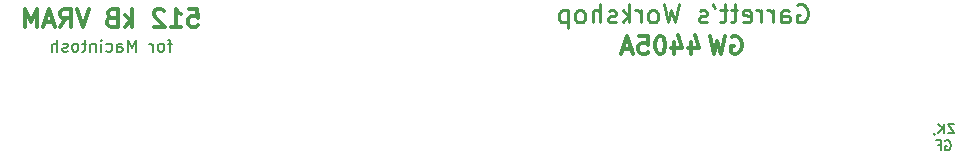
<source format=gbo>
G04 #@! TF.GenerationSoftware,KiCad,Pcbnew,(5.1.10-1-10_14)*
G04 #@! TF.CreationDate,2021-07-01T18:54:56-04:00*
G04 #@! TF.ProjectId,MacVRAMSIMM,4d616356-5241-44d5-9349-4d4d2e6b6963,1.0*
G04 #@! TF.SameCoordinates,Original*
G04 #@! TF.FileFunction,Legend,Bot*
G04 #@! TF.FilePolarity,Positive*
%FSLAX46Y46*%
G04 Gerber Fmt 4.6, Leading zero omitted, Abs format (unit mm)*
G04 Created by KiCad (PCBNEW (5.1.10-1-10_14)) date 2021-07-01 18:54:56*
%MOMM*%
%LPD*%
G01*
G04 APERTURE LIST*
%ADD10C,0.203200*%
%ADD11C,0.300000*%
%ADD12C,0.225000*%
%ADD13C,0.175000*%
%ADD14C,2.150000*%
G04 APERTURE END LIST*
D10*
X168891857Y-124192695D02*
X168349990Y-124192695D01*
X168891857Y-125005495D01*
X168349990Y-125005495D01*
X168040352Y-125005495D02*
X168040352Y-124192695D01*
X167575895Y-125005495D02*
X167924238Y-124541038D01*
X167575895Y-124192695D02*
X168040352Y-124657152D01*
X167188847Y-124966790D02*
X167188847Y-125005495D01*
X167227552Y-125082904D01*
X167266257Y-125121609D01*
X168156466Y-125653800D02*
X168233876Y-125615095D01*
X168349990Y-125615095D01*
X168466104Y-125653800D01*
X168543514Y-125731209D01*
X168582219Y-125808619D01*
X168620923Y-125963438D01*
X168620923Y-126079552D01*
X168582219Y-126234371D01*
X168543514Y-126311780D01*
X168466104Y-126389190D01*
X168349990Y-126427895D01*
X168272580Y-126427895D01*
X168156466Y-126389190D01*
X168117761Y-126350485D01*
X168117761Y-126079552D01*
X168272580Y-126079552D01*
X167498485Y-126002142D02*
X167769419Y-126002142D01*
X167769419Y-126427895D02*
X167769419Y-125615095D01*
X167382371Y-125615095D01*
D11*
X146590786Y-117280571D02*
X146590786Y-118280571D01*
X146947928Y-116709142D02*
X147305071Y-117780571D01*
X146376500Y-117780571D01*
X145162214Y-117280571D02*
X145162214Y-118280571D01*
X145519357Y-116709142D02*
X145876500Y-117780571D01*
X144947928Y-117780571D01*
X144090786Y-116780571D02*
X143947928Y-116780571D01*
X143805071Y-116852000D01*
X143733643Y-116923428D01*
X143662214Y-117066285D01*
X143590786Y-117352000D01*
X143590786Y-117709142D01*
X143662214Y-117994857D01*
X143733643Y-118137714D01*
X143805071Y-118209142D01*
X143947928Y-118280571D01*
X144090786Y-118280571D01*
X144233643Y-118209142D01*
X144305071Y-118137714D01*
X144376500Y-117994857D01*
X144447928Y-117709142D01*
X144447928Y-117352000D01*
X144376500Y-117066285D01*
X144305071Y-116923428D01*
X144233643Y-116852000D01*
X144090786Y-116780571D01*
X142233643Y-116780571D02*
X142947928Y-116780571D01*
X143019357Y-117494857D01*
X142947928Y-117423428D01*
X142805071Y-117352000D01*
X142447928Y-117352000D01*
X142305071Y-117423428D01*
X142233643Y-117494857D01*
X142162214Y-117637714D01*
X142162214Y-117994857D01*
X142233643Y-118137714D01*
X142305071Y-118209142D01*
X142447928Y-118280571D01*
X142805071Y-118280571D01*
X142947928Y-118209142D01*
X143019357Y-118137714D01*
X141590786Y-117852000D02*
X140876500Y-117852000D01*
X141733643Y-118280571D02*
X141233643Y-116780571D01*
X140733643Y-118280571D01*
X104103714Y-114481428D02*
X104829428Y-114481428D01*
X104902000Y-115207142D01*
X104829428Y-115134571D01*
X104684285Y-115062000D01*
X104321428Y-115062000D01*
X104176285Y-115134571D01*
X104103714Y-115207142D01*
X104031142Y-115352285D01*
X104031142Y-115715142D01*
X104103714Y-115860285D01*
X104176285Y-115932857D01*
X104321428Y-116005428D01*
X104684285Y-116005428D01*
X104829428Y-115932857D01*
X104902000Y-115860285D01*
X102579714Y-116005428D02*
X103450571Y-116005428D01*
X103015142Y-116005428D02*
X103015142Y-114481428D01*
X103160285Y-114699142D01*
X103305428Y-114844285D01*
X103450571Y-114916857D01*
X101999142Y-114626571D02*
X101926571Y-114554000D01*
X101781428Y-114481428D01*
X101418571Y-114481428D01*
X101273428Y-114554000D01*
X101200857Y-114626571D01*
X101128285Y-114771714D01*
X101128285Y-114916857D01*
X101200857Y-115134571D01*
X102071714Y-116005428D01*
X101128285Y-116005428D01*
X99314000Y-116005428D02*
X99314000Y-114481428D01*
X99168857Y-115424857D02*
X98733428Y-116005428D01*
X98733428Y-114989428D02*
X99314000Y-115570000D01*
X97572285Y-115207142D02*
X97354571Y-115279714D01*
X97282000Y-115352285D01*
X97209428Y-115497428D01*
X97209428Y-115715142D01*
X97282000Y-115860285D01*
X97354571Y-115932857D01*
X97499714Y-116005428D01*
X98080285Y-116005428D01*
X98080285Y-114481428D01*
X97572285Y-114481428D01*
X97427142Y-114554000D01*
X97354571Y-114626571D01*
X97282000Y-114771714D01*
X97282000Y-114916857D01*
X97354571Y-115062000D01*
X97427142Y-115134571D01*
X97572285Y-115207142D01*
X98080285Y-115207142D01*
X95612857Y-114481428D02*
X95104857Y-116005428D01*
X94596857Y-114481428D01*
X93218000Y-116005428D02*
X93726000Y-115279714D01*
X94088857Y-116005428D02*
X94088857Y-114481428D01*
X93508285Y-114481428D01*
X93363142Y-114554000D01*
X93290571Y-114626571D01*
X93218000Y-114771714D01*
X93218000Y-114989428D01*
X93290571Y-115134571D01*
X93363142Y-115207142D01*
X93508285Y-115279714D01*
X94088857Y-115279714D01*
X92637428Y-115570000D02*
X91911714Y-115570000D01*
X92782571Y-116005428D02*
X92274571Y-114481428D01*
X91766571Y-116005428D01*
X91258571Y-116005428D02*
X91258571Y-114481428D01*
X90750571Y-115570000D01*
X90242571Y-114481428D01*
X90242571Y-116005428D01*
D10*
X102688571Y-117409685D02*
X102301523Y-117409685D01*
X102543428Y-118087019D02*
X102543428Y-117216161D01*
X102495047Y-117119400D01*
X102398285Y-117071019D01*
X102301523Y-117071019D01*
X101817714Y-118087019D02*
X101914476Y-118038638D01*
X101962857Y-117990257D01*
X102011238Y-117893495D01*
X102011238Y-117603209D01*
X101962857Y-117506447D01*
X101914476Y-117458066D01*
X101817714Y-117409685D01*
X101672571Y-117409685D01*
X101575809Y-117458066D01*
X101527428Y-117506447D01*
X101479047Y-117603209D01*
X101479047Y-117893495D01*
X101527428Y-117990257D01*
X101575809Y-118038638D01*
X101672571Y-118087019D01*
X101817714Y-118087019D01*
X101043619Y-118087019D02*
X101043619Y-117409685D01*
X101043619Y-117603209D02*
X100995238Y-117506447D01*
X100946857Y-117458066D01*
X100850095Y-117409685D01*
X100753333Y-117409685D01*
X99640571Y-118087019D02*
X99640571Y-117071019D01*
X99301904Y-117796733D01*
X98963238Y-117071019D01*
X98963238Y-118087019D01*
X98044000Y-118087019D02*
X98044000Y-117554828D01*
X98092380Y-117458066D01*
X98189142Y-117409685D01*
X98382666Y-117409685D01*
X98479428Y-117458066D01*
X98044000Y-118038638D02*
X98140761Y-118087019D01*
X98382666Y-118087019D01*
X98479428Y-118038638D01*
X98527809Y-117941876D01*
X98527809Y-117845114D01*
X98479428Y-117748352D01*
X98382666Y-117699971D01*
X98140761Y-117699971D01*
X98044000Y-117651590D01*
X97124761Y-118038638D02*
X97221523Y-118087019D01*
X97415047Y-118087019D01*
X97511809Y-118038638D01*
X97560190Y-117990257D01*
X97608571Y-117893495D01*
X97608571Y-117603209D01*
X97560190Y-117506447D01*
X97511809Y-117458066D01*
X97415047Y-117409685D01*
X97221523Y-117409685D01*
X97124761Y-117458066D01*
X96689333Y-118087019D02*
X96689333Y-117409685D01*
X96689333Y-117071019D02*
X96737714Y-117119400D01*
X96689333Y-117167780D01*
X96640952Y-117119400D01*
X96689333Y-117071019D01*
X96689333Y-117167780D01*
X96205523Y-117409685D02*
X96205523Y-118087019D01*
X96205523Y-117506447D02*
X96157142Y-117458066D01*
X96060380Y-117409685D01*
X95915238Y-117409685D01*
X95818476Y-117458066D01*
X95770095Y-117554828D01*
X95770095Y-118087019D01*
X95431428Y-117409685D02*
X95044380Y-117409685D01*
X95286285Y-117071019D02*
X95286285Y-117941876D01*
X95237904Y-118038638D01*
X95141142Y-118087019D01*
X95044380Y-118087019D01*
X94560571Y-118087019D02*
X94657333Y-118038638D01*
X94705714Y-117990257D01*
X94754095Y-117893495D01*
X94754095Y-117603209D01*
X94705714Y-117506447D01*
X94657333Y-117458066D01*
X94560571Y-117409685D01*
X94415428Y-117409685D01*
X94318666Y-117458066D01*
X94270285Y-117506447D01*
X94221904Y-117603209D01*
X94221904Y-117893495D01*
X94270285Y-117990257D01*
X94318666Y-118038638D01*
X94415428Y-118087019D01*
X94560571Y-118087019D01*
X93834857Y-118038638D02*
X93738095Y-118087019D01*
X93544571Y-118087019D01*
X93447809Y-118038638D01*
X93399428Y-117941876D01*
X93399428Y-117893495D01*
X93447809Y-117796733D01*
X93544571Y-117748352D01*
X93689714Y-117748352D01*
X93786476Y-117699971D01*
X93834857Y-117603209D01*
X93834857Y-117554828D01*
X93786476Y-117458066D01*
X93689714Y-117409685D01*
X93544571Y-117409685D01*
X93447809Y-117458066D01*
X92964000Y-118087019D02*
X92964000Y-117071019D01*
X92528571Y-118087019D02*
X92528571Y-117554828D01*
X92576952Y-117458066D01*
X92673714Y-117409685D01*
X92818857Y-117409685D01*
X92915619Y-117458066D01*
X92964000Y-117506447D01*
D11*
X150072642Y-116852000D02*
X150215499Y-116780571D01*
X150429785Y-116780571D01*
X150644071Y-116852000D01*
X150786928Y-116994857D01*
X150858356Y-117137714D01*
X150929785Y-117423428D01*
X150929785Y-117637714D01*
X150858356Y-117923428D01*
X150786928Y-118066285D01*
X150644071Y-118209142D01*
X150429785Y-118280571D01*
X150286928Y-118280571D01*
X150072642Y-118209142D01*
X150001214Y-118137714D01*
X150001214Y-117637714D01*
X150286928Y-117637714D01*
X149501214Y-116780571D02*
X149144071Y-118280571D01*
X148858356Y-117209142D01*
X148572642Y-118280571D01*
X148215499Y-116780571D01*
D12*
X155638500Y-114173000D02*
X155783642Y-114100428D01*
X156001357Y-114100428D01*
X156219071Y-114173000D01*
X156364214Y-114318142D01*
X156436785Y-114463285D01*
X156509357Y-114753571D01*
X156509357Y-114971285D01*
X156436785Y-115261571D01*
X156364214Y-115406714D01*
X156219071Y-115551857D01*
X156001357Y-115624428D01*
X155856214Y-115624428D01*
X155638500Y-115551857D01*
X155565928Y-115479285D01*
X155565928Y-114971285D01*
X155856214Y-114971285D01*
X154259642Y-115624428D02*
X154259642Y-114826142D01*
X154332214Y-114681000D01*
X154477357Y-114608428D01*
X154767642Y-114608428D01*
X154912785Y-114681000D01*
X154259642Y-115551857D02*
X154404785Y-115624428D01*
X154767642Y-115624428D01*
X154912785Y-115551857D01*
X154985357Y-115406714D01*
X154985357Y-115261571D01*
X154912785Y-115116428D01*
X154767642Y-115043857D01*
X154404785Y-115043857D01*
X154259642Y-114971285D01*
X153533928Y-115624428D02*
X153533928Y-114608428D01*
X153533928Y-114898714D02*
X153461357Y-114753571D01*
X153388785Y-114681000D01*
X153243642Y-114608428D01*
X153098500Y-114608428D01*
X152590500Y-115624428D02*
X152590500Y-114608428D01*
X152590500Y-114898714D02*
X152517928Y-114753571D01*
X152445357Y-114681000D01*
X152300214Y-114608428D01*
X152155071Y-114608428D01*
X151066500Y-115551857D02*
X151211642Y-115624428D01*
X151501928Y-115624428D01*
X151647071Y-115551857D01*
X151719642Y-115406714D01*
X151719642Y-114826142D01*
X151647071Y-114681000D01*
X151501928Y-114608428D01*
X151211642Y-114608428D01*
X151066500Y-114681000D01*
X150993928Y-114826142D01*
X150993928Y-114971285D01*
X151719642Y-115116428D01*
X150558500Y-114608428D02*
X149977928Y-114608428D01*
X150340785Y-114100428D02*
X150340785Y-115406714D01*
X150268214Y-115551857D01*
X150123071Y-115624428D01*
X149977928Y-115624428D01*
X149687642Y-114608428D02*
X149107071Y-114608428D01*
X149469928Y-114100428D02*
X149469928Y-115406714D01*
X149397357Y-115551857D01*
X149252214Y-115624428D01*
X149107071Y-115624428D01*
X148526500Y-114100428D02*
X148526500Y-114173000D01*
X148599071Y-114318142D01*
X148671642Y-114390714D01*
X147945928Y-115551857D02*
X147800785Y-115624428D01*
X147510500Y-115624428D01*
X147365357Y-115551857D01*
X147292785Y-115406714D01*
X147292785Y-115334142D01*
X147365357Y-115189000D01*
X147510500Y-115116428D01*
X147728214Y-115116428D01*
X147873357Y-115043857D01*
X147945928Y-114898714D01*
X147945928Y-114826142D01*
X147873357Y-114681000D01*
X147728214Y-114608428D01*
X147510500Y-114608428D01*
X147365357Y-114681000D01*
X145623642Y-114100428D02*
X145260785Y-115624428D01*
X144970500Y-114535857D01*
X144680214Y-115624428D01*
X144317357Y-114100428D01*
X143519071Y-115624428D02*
X143664214Y-115551857D01*
X143736785Y-115479285D01*
X143809357Y-115334142D01*
X143809357Y-114898714D01*
X143736785Y-114753571D01*
X143664214Y-114681000D01*
X143519071Y-114608428D01*
X143301357Y-114608428D01*
X143156214Y-114681000D01*
X143083642Y-114753571D01*
X143011071Y-114898714D01*
X143011071Y-115334142D01*
X143083642Y-115479285D01*
X143156214Y-115551857D01*
X143301357Y-115624428D01*
X143519071Y-115624428D01*
X142357928Y-115624428D02*
X142357928Y-114608428D01*
X142357928Y-114898714D02*
X142285357Y-114753571D01*
X142212785Y-114681000D01*
X142067642Y-114608428D01*
X141922500Y-114608428D01*
X141414500Y-115624428D02*
X141414500Y-114100428D01*
X141269357Y-115043857D02*
X140833928Y-115624428D01*
X140833928Y-114608428D02*
X141414500Y-115189000D01*
X140253357Y-115551857D02*
X140108214Y-115624428D01*
X139817928Y-115624428D01*
X139672785Y-115551857D01*
X139600214Y-115406714D01*
X139600214Y-115334142D01*
X139672785Y-115189000D01*
X139817928Y-115116428D01*
X140035642Y-115116428D01*
X140180785Y-115043857D01*
X140253357Y-114898714D01*
X140253357Y-114826142D01*
X140180785Y-114681000D01*
X140035642Y-114608428D01*
X139817928Y-114608428D01*
X139672785Y-114681000D01*
X138947071Y-115624428D02*
X138947071Y-114100428D01*
X138293928Y-115624428D02*
X138293928Y-114826142D01*
X138366500Y-114681000D01*
X138511642Y-114608428D01*
X138729357Y-114608428D01*
X138874500Y-114681000D01*
X138947071Y-114753571D01*
X137350500Y-115624428D02*
X137495642Y-115551857D01*
X137568214Y-115479285D01*
X137640785Y-115334142D01*
X137640785Y-114898714D01*
X137568214Y-114753571D01*
X137495642Y-114681000D01*
X137350500Y-114608428D01*
X137132785Y-114608428D01*
X136987642Y-114681000D01*
X136915071Y-114753571D01*
X136842500Y-114898714D01*
X136842500Y-115334142D01*
X136915071Y-115479285D01*
X136987642Y-115551857D01*
X137132785Y-115624428D01*
X137350500Y-115624428D01*
X136189357Y-114608428D02*
X136189357Y-116132428D01*
X136189357Y-114681000D02*
X136044214Y-114608428D01*
X135753928Y-114608428D01*
X135608785Y-114681000D01*
X135536214Y-114753571D01*
X135463642Y-114898714D01*
X135463642Y-115334142D01*
X135536214Y-115479285D01*
X135608785Y-115551857D01*
X135753928Y-115624428D01*
X136044214Y-115624428D01*
X136189357Y-115551857D01*
%LPC*%
D13*
G36*
X165735000Y-127635000D02*
G01*
X123825000Y-127635000D01*
X123317000Y-125031500D01*
X166243000Y-125031500D01*
X165735000Y-127635000D01*
G37*
X165735000Y-127635000D02*
X123825000Y-127635000D01*
X123317000Y-125031500D01*
X166243000Y-125031500D01*
X165735000Y-127635000D01*
G36*
X117475000Y-127635000D02*
G01*
X75565000Y-127635000D01*
X75057000Y-125095000D01*
X117983000Y-125031500D01*
X117475000Y-127635000D01*
G37*
X117475000Y-127635000D02*
X75565000Y-127635000D01*
X75057000Y-125095000D01*
X117983000Y-125031500D01*
X117475000Y-127635000D01*
G36*
G01*
X165139300Y-127233440D02*
X165139300Y-124988560D01*
G75*
G02*
X165615860Y-124512000I476560J0D01*
G01*
X165854140Y-124512000D01*
G75*
G02*
X166330700Y-124988560I0J-476560D01*
G01*
X166330700Y-127233440D01*
G75*
G02*
X165854140Y-127710000I-476560J0D01*
G01*
X165615860Y-127710000D01*
G75*
G02*
X165139300Y-127233440I0J476560D01*
G01*
G37*
G36*
G01*
X163869300Y-127233440D02*
X163869300Y-124988560D01*
G75*
G02*
X164345860Y-124512000I476560J0D01*
G01*
X164584140Y-124512000D01*
G75*
G02*
X165060700Y-124988560I0J-476560D01*
G01*
X165060700Y-127233440D01*
G75*
G02*
X164584140Y-127710000I-476560J0D01*
G01*
X164345860Y-127710000D01*
G75*
G02*
X163869300Y-127233440I0J476560D01*
G01*
G37*
G36*
G01*
X162599300Y-127233440D02*
X162599300Y-124988560D01*
G75*
G02*
X163075860Y-124512000I476560J0D01*
G01*
X163314140Y-124512000D01*
G75*
G02*
X163790700Y-124988560I0J-476560D01*
G01*
X163790700Y-127233440D01*
G75*
G02*
X163314140Y-127710000I-476560J0D01*
G01*
X163075860Y-127710000D01*
G75*
G02*
X162599300Y-127233440I0J476560D01*
G01*
G37*
G36*
G01*
X161329300Y-127233440D02*
X161329300Y-124988560D01*
G75*
G02*
X161805860Y-124512000I476560J0D01*
G01*
X162044140Y-124512000D01*
G75*
G02*
X162520700Y-124988560I0J-476560D01*
G01*
X162520700Y-127233440D01*
G75*
G02*
X162044140Y-127710000I-476560J0D01*
G01*
X161805860Y-127710000D01*
G75*
G02*
X161329300Y-127233440I0J476560D01*
G01*
G37*
G36*
G01*
X160059300Y-127233440D02*
X160059300Y-124988560D01*
G75*
G02*
X160535860Y-124512000I476560J0D01*
G01*
X160774140Y-124512000D01*
G75*
G02*
X161250700Y-124988560I0J-476560D01*
G01*
X161250700Y-127233440D01*
G75*
G02*
X160774140Y-127710000I-476560J0D01*
G01*
X160535860Y-127710000D01*
G75*
G02*
X160059300Y-127233440I0J476560D01*
G01*
G37*
G36*
G01*
X158789300Y-127233440D02*
X158789300Y-124988560D01*
G75*
G02*
X159265860Y-124512000I476560J0D01*
G01*
X159504140Y-124512000D01*
G75*
G02*
X159980700Y-124988560I0J-476560D01*
G01*
X159980700Y-127233440D01*
G75*
G02*
X159504140Y-127710000I-476560J0D01*
G01*
X159265860Y-127710000D01*
G75*
G02*
X158789300Y-127233440I0J476560D01*
G01*
G37*
G36*
G01*
X157519300Y-127233440D02*
X157519300Y-124988560D01*
G75*
G02*
X157995860Y-124512000I476560J0D01*
G01*
X158234140Y-124512000D01*
G75*
G02*
X158710700Y-124988560I0J-476560D01*
G01*
X158710700Y-127233440D01*
G75*
G02*
X158234140Y-127710000I-476560J0D01*
G01*
X157995860Y-127710000D01*
G75*
G02*
X157519300Y-127233440I0J476560D01*
G01*
G37*
G36*
G01*
X156249300Y-127233440D02*
X156249300Y-124988560D01*
G75*
G02*
X156725860Y-124512000I476560J0D01*
G01*
X156964140Y-124512000D01*
G75*
G02*
X157440700Y-124988560I0J-476560D01*
G01*
X157440700Y-127233440D01*
G75*
G02*
X156964140Y-127710000I-476560J0D01*
G01*
X156725860Y-127710000D01*
G75*
G02*
X156249300Y-127233440I0J476560D01*
G01*
G37*
G36*
G01*
X154979300Y-127233440D02*
X154979300Y-124988560D01*
G75*
G02*
X155455860Y-124512000I476560J0D01*
G01*
X155694140Y-124512000D01*
G75*
G02*
X156170700Y-124988560I0J-476560D01*
G01*
X156170700Y-127233440D01*
G75*
G02*
X155694140Y-127710000I-476560J0D01*
G01*
X155455860Y-127710000D01*
G75*
G02*
X154979300Y-127233440I0J476560D01*
G01*
G37*
G36*
G01*
X153709300Y-127233440D02*
X153709300Y-124988560D01*
G75*
G02*
X154185860Y-124512000I476560J0D01*
G01*
X154424140Y-124512000D01*
G75*
G02*
X154900700Y-124988560I0J-476560D01*
G01*
X154900700Y-127233440D01*
G75*
G02*
X154424140Y-127710000I-476560J0D01*
G01*
X154185860Y-127710000D01*
G75*
G02*
X153709300Y-127233440I0J476560D01*
G01*
G37*
G36*
G01*
X152439300Y-127233440D02*
X152439300Y-124988560D01*
G75*
G02*
X152915860Y-124512000I476560J0D01*
G01*
X153154140Y-124512000D01*
G75*
G02*
X153630700Y-124988560I0J-476560D01*
G01*
X153630700Y-127233440D01*
G75*
G02*
X153154140Y-127710000I-476560J0D01*
G01*
X152915860Y-127710000D01*
G75*
G02*
X152439300Y-127233440I0J476560D01*
G01*
G37*
G36*
G01*
X151169300Y-127233440D02*
X151169300Y-124988560D01*
G75*
G02*
X151645860Y-124512000I476560J0D01*
G01*
X151884140Y-124512000D01*
G75*
G02*
X152360700Y-124988560I0J-476560D01*
G01*
X152360700Y-127233440D01*
G75*
G02*
X151884140Y-127710000I-476560J0D01*
G01*
X151645860Y-127710000D01*
G75*
G02*
X151169300Y-127233440I0J476560D01*
G01*
G37*
G36*
G01*
X149899300Y-127233440D02*
X149899300Y-124988560D01*
G75*
G02*
X150375860Y-124512000I476560J0D01*
G01*
X150614140Y-124512000D01*
G75*
G02*
X151090700Y-124988560I0J-476560D01*
G01*
X151090700Y-127233440D01*
G75*
G02*
X150614140Y-127710000I-476560J0D01*
G01*
X150375860Y-127710000D01*
G75*
G02*
X149899300Y-127233440I0J476560D01*
G01*
G37*
G36*
G01*
X148629300Y-127233440D02*
X148629300Y-124988560D01*
G75*
G02*
X149105860Y-124512000I476560J0D01*
G01*
X149344140Y-124512000D01*
G75*
G02*
X149820700Y-124988560I0J-476560D01*
G01*
X149820700Y-127233440D01*
G75*
G02*
X149344140Y-127710000I-476560J0D01*
G01*
X149105860Y-127710000D01*
G75*
G02*
X148629300Y-127233440I0J476560D01*
G01*
G37*
G36*
G01*
X147359300Y-127233440D02*
X147359300Y-124988560D01*
G75*
G02*
X147835860Y-124512000I476560J0D01*
G01*
X148074140Y-124512000D01*
G75*
G02*
X148550700Y-124988560I0J-476560D01*
G01*
X148550700Y-127233440D01*
G75*
G02*
X148074140Y-127710000I-476560J0D01*
G01*
X147835860Y-127710000D01*
G75*
G02*
X147359300Y-127233440I0J476560D01*
G01*
G37*
G36*
G01*
X146089300Y-127233440D02*
X146089300Y-124988560D01*
G75*
G02*
X146565860Y-124512000I476560J0D01*
G01*
X146804140Y-124512000D01*
G75*
G02*
X147280700Y-124988560I0J-476560D01*
G01*
X147280700Y-127233440D01*
G75*
G02*
X146804140Y-127710000I-476560J0D01*
G01*
X146565860Y-127710000D01*
G75*
G02*
X146089300Y-127233440I0J476560D01*
G01*
G37*
G36*
G01*
X144819300Y-127233440D02*
X144819300Y-124988560D01*
G75*
G02*
X145295860Y-124512000I476560J0D01*
G01*
X145534140Y-124512000D01*
G75*
G02*
X146010700Y-124988560I0J-476560D01*
G01*
X146010700Y-127233440D01*
G75*
G02*
X145534140Y-127710000I-476560J0D01*
G01*
X145295860Y-127710000D01*
G75*
G02*
X144819300Y-127233440I0J476560D01*
G01*
G37*
G36*
G01*
X143549300Y-127233440D02*
X143549300Y-124988560D01*
G75*
G02*
X144025860Y-124512000I476560J0D01*
G01*
X144264140Y-124512000D01*
G75*
G02*
X144740700Y-124988560I0J-476560D01*
G01*
X144740700Y-127233440D01*
G75*
G02*
X144264140Y-127710000I-476560J0D01*
G01*
X144025860Y-127710000D01*
G75*
G02*
X143549300Y-127233440I0J476560D01*
G01*
G37*
G36*
G01*
X142279300Y-127233440D02*
X142279300Y-124988560D01*
G75*
G02*
X142755860Y-124512000I476560J0D01*
G01*
X142994140Y-124512000D01*
G75*
G02*
X143470700Y-124988560I0J-476560D01*
G01*
X143470700Y-127233440D01*
G75*
G02*
X142994140Y-127710000I-476560J0D01*
G01*
X142755860Y-127710000D01*
G75*
G02*
X142279300Y-127233440I0J476560D01*
G01*
G37*
G36*
G01*
X141009300Y-127233440D02*
X141009300Y-124988560D01*
G75*
G02*
X141485860Y-124512000I476560J0D01*
G01*
X141724140Y-124512000D01*
G75*
G02*
X142200700Y-124988560I0J-476560D01*
G01*
X142200700Y-127233440D01*
G75*
G02*
X141724140Y-127710000I-476560J0D01*
G01*
X141485860Y-127710000D01*
G75*
G02*
X141009300Y-127233440I0J476560D01*
G01*
G37*
G36*
G01*
X139739300Y-127233440D02*
X139739300Y-124988560D01*
G75*
G02*
X140215860Y-124512000I476560J0D01*
G01*
X140454140Y-124512000D01*
G75*
G02*
X140930700Y-124988560I0J-476560D01*
G01*
X140930700Y-127233440D01*
G75*
G02*
X140454140Y-127710000I-476560J0D01*
G01*
X140215860Y-127710000D01*
G75*
G02*
X139739300Y-127233440I0J476560D01*
G01*
G37*
G36*
G01*
X138469300Y-127233440D02*
X138469300Y-124988560D01*
G75*
G02*
X138945860Y-124512000I476560J0D01*
G01*
X139184140Y-124512000D01*
G75*
G02*
X139660700Y-124988560I0J-476560D01*
G01*
X139660700Y-127233440D01*
G75*
G02*
X139184140Y-127710000I-476560J0D01*
G01*
X138945860Y-127710000D01*
G75*
G02*
X138469300Y-127233440I0J476560D01*
G01*
G37*
G36*
G01*
X137199300Y-127233440D02*
X137199300Y-124988560D01*
G75*
G02*
X137675860Y-124512000I476560J0D01*
G01*
X137914140Y-124512000D01*
G75*
G02*
X138390700Y-124988560I0J-476560D01*
G01*
X138390700Y-127233440D01*
G75*
G02*
X137914140Y-127710000I-476560J0D01*
G01*
X137675860Y-127710000D01*
G75*
G02*
X137199300Y-127233440I0J476560D01*
G01*
G37*
G36*
G01*
X135929300Y-127233440D02*
X135929300Y-124988560D01*
G75*
G02*
X136405860Y-124512000I476560J0D01*
G01*
X136644140Y-124512000D01*
G75*
G02*
X137120700Y-124988560I0J-476560D01*
G01*
X137120700Y-127233440D01*
G75*
G02*
X136644140Y-127710000I-476560J0D01*
G01*
X136405860Y-127710000D01*
G75*
G02*
X135929300Y-127233440I0J476560D01*
G01*
G37*
G36*
G01*
X134659300Y-127233440D02*
X134659300Y-124988560D01*
G75*
G02*
X135135860Y-124512000I476560J0D01*
G01*
X135374140Y-124512000D01*
G75*
G02*
X135850700Y-124988560I0J-476560D01*
G01*
X135850700Y-127233440D01*
G75*
G02*
X135374140Y-127710000I-476560J0D01*
G01*
X135135860Y-127710000D01*
G75*
G02*
X134659300Y-127233440I0J476560D01*
G01*
G37*
G36*
G01*
X133389300Y-127233440D02*
X133389300Y-124988560D01*
G75*
G02*
X133865860Y-124512000I476560J0D01*
G01*
X134104140Y-124512000D01*
G75*
G02*
X134580700Y-124988560I0J-476560D01*
G01*
X134580700Y-127233440D01*
G75*
G02*
X134104140Y-127710000I-476560J0D01*
G01*
X133865860Y-127710000D01*
G75*
G02*
X133389300Y-127233440I0J476560D01*
G01*
G37*
G36*
G01*
X132119300Y-127233440D02*
X132119300Y-124988560D01*
G75*
G02*
X132595860Y-124512000I476560J0D01*
G01*
X132834140Y-124512000D01*
G75*
G02*
X133310700Y-124988560I0J-476560D01*
G01*
X133310700Y-127233440D01*
G75*
G02*
X132834140Y-127710000I-476560J0D01*
G01*
X132595860Y-127710000D01*
G75*
G02*
X132119300Y-127233440I0J476560D01*
G01*
G37*
G36*
G01*
X130849300Y-127233440D02*
X130849300Y-124988560D01*
G75*
G02*
X131325860Y-124512000I476560J0D01*
G01*
X131564140Y-124512000D01*
G75*
G02*
X132040700Y-124988560I0J-476560D01*
G01*
X132040700Y-127233440D01*
G75*
G02*
X131564140Y-127710000I-476560J0D01*
G01*
X131325860Y-127710000D01*
G75*
G02*
X130849300Y-127233440I0J476560D01*
G01*
G37*
G36*
G01*
X129579300Y-127233440D02*
X129579300Y-124988560D01*
G75*
G02*
X130055860Y-124512000I476560J0D01*
G01*
X130294140Y-124512000D01*
G75*
G02*
X130770700Y-124988560I0J-476560D01*
G01*
X130770700Y-127233440D01*
G75*
G02*
X130294140Y-127710000I-476560J0D01*
G01*
X130055860Y-127710000D01*
G75*
G02*
X129579300Y-127233440I0J476560D01*
G01*
G37*
G36*
G01*
X128309300Y-127233440D02*
X128309300Y-124988560D01*
G75*
G02*
X128785860Y-124512000I476560J0D01*
G01*
X129024140Y-124512000D01*
G75*
G02*
X129500700Y-124988560I0J-476560D01*
G01*
X129500700Y-127233440D01*
G75*
G02*
X129024140Y-127710000I-476560J0D01*
G01*
X128785860Y-127710000D01*
G75*
G02*
X128309300Y-127233440I0J476560D01*
G01*
G37*
G36*
G01*
X127039300Y-127233440D02*
X127039300Y-124988560D01*
G75*
G02*
X127515860Y-124512000I476560J0D01*
G01*
X127754140Y-124512000D01*
G75*
G02*
X128230700Y-124988560I0J-476560D01*
G01*
X128230700Y-127233440D01*
G75*
G02*
X127754140Y-127710000I-476560J0D01*
G01*
X127515860Y-127710000D01*
G75*
G02*
X127039300Y-127233440I0J476560D01*
G01*
G37*
G36*
G01*
X125769300Y-127233440D02*
X125769300Y-124988560D01*
G75*
G02*
X126245860Y-124512000I476560J0D01*
G01*
X126484140Y-124512000D01*
G75*
G02*
X126960700Y-124988560I0J-476560D01*
G01*
X126960700Y-127233440D01*
G75*
G02*
X126484140Y-127710000I-476560J0D01*
G01*
X126245860Y-127710000D01*
G75*
G02*
X125769300Y-127233440I0J476560D01*
G01*
G37*
G36*
G01*
X124499300Y-127233440D02*
X124499300Y-124988560D01*
G75*
G02*
X124975860Y-124512000I476560J0D01*
G01*
X125214140Y-124512000D01*
G75*
G02*
X125690700Y-124988560I0J-476560D01*
G01*
X125690700Y-127233440D01*
G75*
G02*
X125214140Y-127710000I-476560J0D01*
G01*
X124975860Y-127710000D01*
G75*
G02*
X124499300Y-127233440I0J476560D01*
G01*
G37*
G36*
G01*
X123229300Y-127233440D02*
X123229300Y-124988560D01*
G75*
G02*
X123705860Y-124512000I476560J0D01*
G01*
X123944140Y-124512000D01*
G75*
G02*
X124420700Y-124988560I0J-476560D01*
G01*
X124420700Y-127233440D01*
G75*
G02*
X123944140Y-127710000I-476560J0D01*
G01*
X123705860Y-127710000D01*
G75*
G02*
X123229300Y-127233440I0J476560D01*
G01*
G37*
G36*
G01*
X116879300Y-127233440D02*
X116879300Y-124988560D01*
G75*
G02*
X117355860Y-124512000I476560J0D01*
G01*
X117594140Y-124512000D01*
G75*
G02*
X118070700Y-124988560I0J-476560D01*
G01*
X118070700Y-127233440D01*
G75*
G02*
X117594140Y-127710000I-476560J0D01*
G01*
X117355860Y-127710000D01*
G75*
G02*
X116879300Y-127233440I0J476560D01*
G01*
G37*
G36*
G01*
X115609300Y-127233440D02*
X115609300Y-124988560D01*
G75*
G02*
X116085860Y-124512000I476560J0D01*
G01*
X116324140Y-124512000D01*
G75*
G02*
X116800700Y-124988560I0J-476560D01*
G01*
X116800700Y-127233440D01*
G75*
G02*
X116324140Y-127710000I-476560J0D01*
G01*
X116085860Y-127710000D01*
G75*
G02*
X115609300Y-127233440I0J476560D01*
G01*
G37*
G36*
G01*
X114339300Y-127233440D02*
X114339300Y-124988560D01*
G75*
G02*
X114815860Y-124512000I476560J0D01*
G01*
X115054140Y-124512000D01*
G75*
G02*
X115530700Y-124988560I0J-476560D01*
G01*
X115530700Y-127233440D01*
G75*
G02*
X115054140Y-127710000I-476560J0D01*
G01*
X114815860Y-127710000D01*
G75*
G02*
X114339300Y-127233440I0J476560D01*
G01*
G37*
G36*
G01*
X113069300Y-127233440D02*
X113069300Y-124988560D01*
G75*
G02*
X113545860Y-124512000I476560J0D01*
G01*
X113784140Y-124512000D01*
G75*
G02*
X114260700Y-124988560I0J-476560D01*
G01*
X114260700Y-127233440D01*
G75*
G02*
X113784140Y-127710000I-476560J0D01*
G01*
X113545860Y-127710000D01*
G75*
G02*
X113069300Y-127233440I0J476560D01*
G01*
G37*
G36*
G01*
X111799300Y-127233440D02*
X111799300Y-124988560D01*
G75*
G02*
X112275860Y-124512000I476560J0D01*
G01*
X112514140Y-124512000D01*
G75*
G02*
X112990700Y-124988560I0J-476560D01*
G01*
X112990700Y-127233440D01*
G75*
G02*
X112514140Y-127710000I-476560J0D01*
G01*
X112275860Y-127710000D01*
G75*
G02*
X111799300Y-127233440I0J476560D01*
G01*
G37*
G36*
G01*
X110529300Y-127233440D02*
X110529300Y-124988560D01*
G75*
G02*
X111005860Y-124512000I476560J0D01*
G01*
X111244140Y-124512000D01*
G75*
G02*
X111720700Y-124988560I0J-476560D01*
G01*
X111720700Y-127233440D01*
G75*
G02*
X111244140Y-127710000I-476560J0D01*
G01*
X111005860Y-127710000D01*
G75*
G02*
X110529300Y-127233440I0J476560D01*
G01*
G37*
G36*
G01*
X109259300Y-127233440D02*
X109259300Y-124988560D01*
G75*
G02*
X109735860Y-124512000I476560J0D01*
G01*
X109974140Y-124512000D01*
G75*
G02*
X110450700Y-124988560I0J-476560D01*
G01*
X110450700Y-127233440D01*
G75*
G02*
X109974140Y-127710000I-476560J0D01*
G01*
X109735860Y-127710000D01*
G75*
G02*
X109259300Y-127233440I0J476560D01*
G01*
G37*
G36*
G01*
X107989300Y-127233440D02*
X107989300Y-124988560D01*
G75*
G02*
X108465860Y-124512000I476560J0D01*
G01*
X108704140Y-124512000D01*
G75*
G02*
X109180700Y-124988560I0J-476560D01*
G01*
X109180700Y-127233440D01*
G75*
G02*
X108704140Y-127710000I-476560J0D01*
G01*
X108465860Y-127710000D01*
G75*
G02*
X107989300Y-127233440I0J476560D01*
G01*
G37*
G36*
G01*
X106719300Y-127233440D02*
X106719300Y-124988560D01*
G75*
G02*
X107195860Y-124512000I476560J0D01*
G01*
X107434140Y-124512000D01*
G75*
G02*
X107910700Y-124988560I0J-476560D01*
G01*
X107910700Y-127233440D01*
G75*
G02*
X107434140Y-127710000I-476560J0D01*
G01*
X107195860Y-127710000D01*
G75*
G02*
X106719300Y-127233440I0J476560D01*
G01*
G37*
G36*
G01*
X105449300Y-127233440D02*
X105449300Y-124988560D01*
G75*
G02*
X105925860Y-124512000I476560J0D01*
G01*
X106164140Y-124512000D01*
G75*
G02*
X106640700Y-124988560I0J-476560D01*
G01*
X106640700Y-127233440D01*
G75*
G02*
X106164140Y-127710000I-476560J0D01*
G01*
X105925860Y-127710000D01*
G75*
G02*
X105449300Y-127233440I0J476560D01*
G01*
G37*
G36*
G01*
X104179300Y-127233440D02*
X104179300Y-124988560D01*
G75*
G02*
X104655860Y-124512000I476560J0D01*
G01*
X104894140Y-124512000D01*
G75*
G02*
X105370700Y-124988560I0J-476560D01*
G01*
X105370700Y-127233440D01*
G75*
G02*
X104894140Y-127710000I-476560J0D01*
G01*
X104655860Y-127710000D01*
G75*
G02*
X104179300Y-127233440I0J476560D01*
G01*
G37*
G36*
G01*
X102909300Y-127233440D02*
X102909300Y-124988560D01*
G75*
G02*
X103385860Y-124512000I476560J0D01*
G01*
X103624140Y-124512000D01*
G75*
G02*
X104100700Y-124988560I0J-476560D01*
G01*
X104100700Y-127233440D01*
G75*
G02*
X103624140Y-127710000I-476560J0D01*
G01*
X103385860Y-127710000D01*
G75*
G02*
X102909300Y-127233440I0J476560D01*
G01*
G37*
G36*
G01*
X101639300Y-127233440D02*
X101639300Y-124988560D01*
G75*
G02*
X102115860Y-124512000I476560J0D01*
G01*
X102354140Y-124512000D01*
G75*
G02*
X102830700Y-124988560I0J-476560D01*
G01*
X102830700Y-127233440D01*
G75*
G02*
X102354140Y-127710000I-476560J0D01*
G01*
X102115860Y-127710000D01*
G75*
G02*
X101639300Y-127233440I0J476560D01*
G01*
G37*
G36*
G01*
X100369300Y-127233440D02*
X100369300Y-124988560D01*
G75*
G02*
X100845860Y-124512000I476560J0D01*
G01*
X101084140Y-124512000D01*
G75*
G02*
X101560700Y-124988560I0J-476560D01*
G01*
X101560700Y-127233440D01*
G75*
G02*
X101084140Y-127710000I-476560J0D01*
G01*
X100845860Y-127710000D01*
G75*
G02*
X100369300Y-127233440I0J476560D01*
G01*
G37*
G36*
G01*
X99099300Y-127233440D02*
X99099300Y-124988560D01*
G75*
G02*
X99575860Y-124512000I476560J0D01*
G01*
X99814140Y-124512000D01*
G75*
G02*
X100290700Y-124988560I0J-476560D01*
G01*
X100290700Y-127233440D01*
G75*
G02*
X99814140Y-127710000I-476560J0D01*
G01*
X99575860Y-127710000D01*
G75*
G02*
X99099300Y-127233440I0J476560D01*
G01*
G37*
G36*
G01*
X97829300Y-127233440D02*
X97829300Y-124988560D01*
G75*
G02*
X98305860Y-124512000I476560J0D01*
G01*
X98544140Y-124512000D01*
G75*
G02*
X99020700Y-124988560I0J-476560D01*
G01*
X99020700Y-127233440D01*
G75*
G02*
X98544140Y-127710000I-476560J0D01*
G01*
X98305860Y-127710000D01*
G75*
G02*
X97829300Y-127233440I0J476560D01*
G01*
G37*
G36*
G01*
X96559300Y-127233440D02*
X96559300Y-124988560D01*
G75*
G02*
X97035860Y-124512000I476560J0D01*
G01*
X97274140Y-124512000D01*
G75*
G02*
X97750700Y-124988560I0J-476560D01*
G01*
X97750700Y-127233440D01*
G75*
G02*
X97274140Y-127710000I-476560J0D01*
G01*
X97035860Y-127710000D01*
G75*
G02*
X96559300Y-127233440I0J476560D01*
G01*
G37*
G36*
G01*
X95289300Y-127233440D02*
X95289300Y-124988560D01*
G75*
G02*
X95765860Y-124512000I476560J0D01*
G01*
X96004140Y-124512000D01*
G75*
G02*
X96480700Y-124988560I0J-476560D01*
G01*
X96480700Y-127233440D01*
G75*
G02*
X96004140Y-127710000I-476560J0D01*
G01*
X95765860Y-127710000D01*
G75*
G02*
X95289300Y-127233440I0J476560D01*
G01*
G37*
G36*
G01*
X94019300Y-127233440D02*
X94019300Y-124988560D01*
G75*
G02*
X94495860Y-124512000I476560J0D01*
G01*
X94734140Y-124512000D01*
G75*
G02*
X95210700Y-124988560I0J-476560D01*
G01*
X95210700Y-127233440D01*
G75*
G02*
X94734140Y-127710000I-476560J0D01*
G01*
X94495860Y-127710000D01*
G75*
G02*
X94019300Y-127233440I0J476560D01*
G01*
G37*
G36*
G01*
X92749300Y-127233440D02*
X92749300Y-124988560D01*
G75*
G02*
X93225860Y-124512000I476560J0D01*
G01*
X93464140Y-124512000D01*
G75*
G02*
X93940700Y-124988560I0J-476560D01*
G01*
X93940700Y-127233440D01*
G75*
G02*
X93464140Y-127710000I-476560J0D01*
G01*
X93225860Y-127710000D01*
G75*
G02*
X92749300Y-127233440I0J476560D01*
G01*
G37*
G36*
G01*
X91479300Y-127233440D02*
X91479300Y-124988560D01*
G75*
G02*
X91955860Y-124512000I476560J0D01*
G01*
X92194140Y-124512000D01*
G75*
G02*
X92670700Y-124988560I0J-476560D01*
G01*
X92670700Y-127233440D01*
G75*
G02*
X92194140Y-127710000I-476560J0D01*
G01*
X91955860Y-127710000D01*
G75*
G02*
X91479300Y-127233440I0J476560D01*
G01*
G37*
G36*
G01*
X90209300Y-127233440D02*
X90209300Y-124988560D01*
G75*
G02*
X90685860Y-124512000I476560J0D01*
G01*
X90924140Y-124512000D01*
G75*
G02*
X91400700Y-124988560I0J-476560D01*
G01*
X91400700Y-127233440D01*
G75*
G02*
X90924140Y-127710000I-476560J0D01*
G01*
X90685860Y-127710000D01*
G75*
G02*
X90209300Y-127233440I0J476560D01*
G01*
G37*
G36*
G01*
X88939300Y-127233440D02*
X88939300Y-124988560D01*
G75*
G02*
X89415860Y-124512000I476560J0D01*
G01*
X89654140Y-124512000D01*
G75*
G02*
X90130700Y-124988560I0J-476560D01*
G01*
X90130700Y-127233440D01*
G75*
G02*
X89654140Y-127710000I-476560J0D01*
G01*
X89415860Y-127710000D01*
G75*
G02*
X88939300Y-127233440I0J476560D01*
G01*
G37*
G36*
G01*
X87669300Y-127233440D02*
X87669300Y-124988560D01*
G75*
G02*
X88145860Y-124512000I476560J0D01*
G01*
X88384140Y-124512000D01*
G75*
G02*
X88860700Y-124988560I0J-476560D01*
G01*
X88860700Y-127233440D01*
G75*
G02*
X88384140Y-127710000I-476560J0D01*
G01*
X88145860Y-127710000D01*
G75*
G02*
X87669300Y-127233440I0J476560D01*
G01*
G37*
G36*
G01*
X86399300Y-127233440D02*
X86399300Y-124988560D01*
G75*
G02*
X86875860Y-124512000I476560J0D01*
G01*
X87114140Y-124512000D01*
G75*
G02*
X87590700Y-124988560I0J-476560D01*
G01*
X87590700Y-127233440D01*
G75*
G02*
X87114140Y-127710000I-476560J0D01*
G01*
X86875860Y-127710000D01*
G75*
G02*
X86399300Y-127233440I0J476560D01*
G01*
G37*
G36*
G01*
X85129300Y-127233440D02*
X85129300Y-124988560D01*
G75*
G02*
X85605860Y-124512000I476560J0D01*
G01*
X85844140Y-124512000D01*
G75*
G02*
X86320700Y-124988560I0J-476560D01*
G01*
X86320700Y-127233440D01*
G75*
G02*
X85844140Y-127710000I-476560J0D01*
G01*
X85605860Y-127710000D01*
G75*
G02*
X85129300Y-127233440I0J476560D01*
G01*
G37*
G36*
G01*
X83859300Y-127233440D02*
X83859300Y-124988560D01*
G75*
G02*
X84335860Y-124512000I476560J0D01*
G01*
X84574140Y-124512000D01*
G75*
G02*
X85050700Y-124988560I0J-476560D01*
G01*
X85050700Y-127233440D01*
G75*
G02*
X84574140Y-127710000I-476560J0D01*
G01*
X84335860Y-127710000D01*
G75*
G02*
X83859300Y-127233440I0J476560D01*
G01*
G37*
G36*
G01*
X82589300Y-127233440D02*
X82589300Y-124988560D01*
G75*
G02*
X83065860Y-124512000I476560J0D01*
G01*
X83304140Y-124512000D01*
G75*
G02*
X83780700Y-124988560I0J-476560D01*
G01*
X83780700Y-127233440D01*
G75*
G02*
X83304140Y-127710000I-476560J0D01*
G01*
X83065860Y-127710000D01*
G75*
G02*
X82589300Y-127233440I0J476560D01*
G01*
G37*
G36*
G01*
X81319300Y-127233440D02*
X81319300Y-124988560D01*
G75*
G02*
X81795860Y-124512000I476560J0D01*
G01*
X82034140Y-124512000D01*
G75*
G02*
X82510700Y-124988560I0J-476560D01*
G01*
X82510700Y-127233440D01*
G75*
G02*
X82034140Y-127710000I-476560J0D01*
G01*
X81795860Y-127710000D01*
G75*
G02*
X81319300Y-127233440I0J476560D01*
G01*
G37*
G36*
G01*
X80049300Y-127233440D02*
X80049300Y-124988560D01*
G75*
G02*
X80525860Y-124512000I476560J0D01*
G01*
X80764140Y-124512000D01*
G75*
G02*
X81240700Y-124988560I0J-476560D01*
G01*
X81240700Y-127233440D01*
G75*
G02*
X80764140Y-127710000I-476560J0D01*
G01*
X80525860Y-127710000D01*
G75*
G02*
X80049300Y-127233440I0J476560D01*
G01*
G37*
G36*
G01*
X78779300Y-127233440D02*
X78779300Y-124988560D01*
G75*
G02*
X79255860Y-124512000I476560J0D01*
G01*
X79494140Y-124512000D01*
G75*
G02*
X79970700Y-124988560I0J-476560D01*
G01*
X79970700Y-127233440D01*
G75*
G02*
X79494140Y-127710000I-476560J0D01*
G01*
X79255860Y-127710000D01*
G75*
G02*
X78779300Y-127233440I0J476560D01*
G01*
G37*
G36*
G01*
X77509300Y-127233440D02*
X77509300Y-124988560D01*
G75*
G02*
X77985860Y-124512000I476560J0D01*
G01*
X78224140Y-124512000D01*
G75*
G02*
X78700700Y-124988560I0J-476560D01*
G01*
X78700700Y-127233440D01*
G75*
G02*
X78224140Y-127710000I-476560J0D01*
G01*
X77985860Y-127710000D01*
G75*
G02*
X77509300Y-127233440I0J476560D01*
G01*
G37*
G36*
G01*
X76239300Y-127233440D02*
X76239300Y-124988560D01*
G75*
G02*
X76715860Y-124512000I476560J0D01*
G01*
X76954140Y-124512000D01*
G75*
G02*
X77430700Y-124988560I0J-476560D01*
G01*
X77430700Y-127233440D01*
G75*
G02*
X76954140Y-127710000I-476560J0D01*
G01*
X76715860Y-127710000D01*
G75*
G02*
X76239300Y-127233440I0J476560D01*
G01*
G37*
G36*
G01*
X74969300Y-127233440D02*
X74969300Y-124988560D01*
G75*
G02*
X75445860Y-124512000I476560J0D01*
G01*
X75684140Y-124512000D01*
G75*
G02*
X76160700Y-124988560I0J-476560D01*
G01*
X76160700Y-127233440D01*
G75*
G02*
X75684140Y-127710000I-476560J0D01*
G01*
X75445860Y-127710000D01*
G75*
G02*
X74969300Y-127233440I0J476560D01*
G01*
G37*
D14*
X72898000Y-125984000D03*
X170434000Y-125984000D03*
X70866000Y-108966000D03*
X170434000Y-108966000D03*
M02*

</source>
